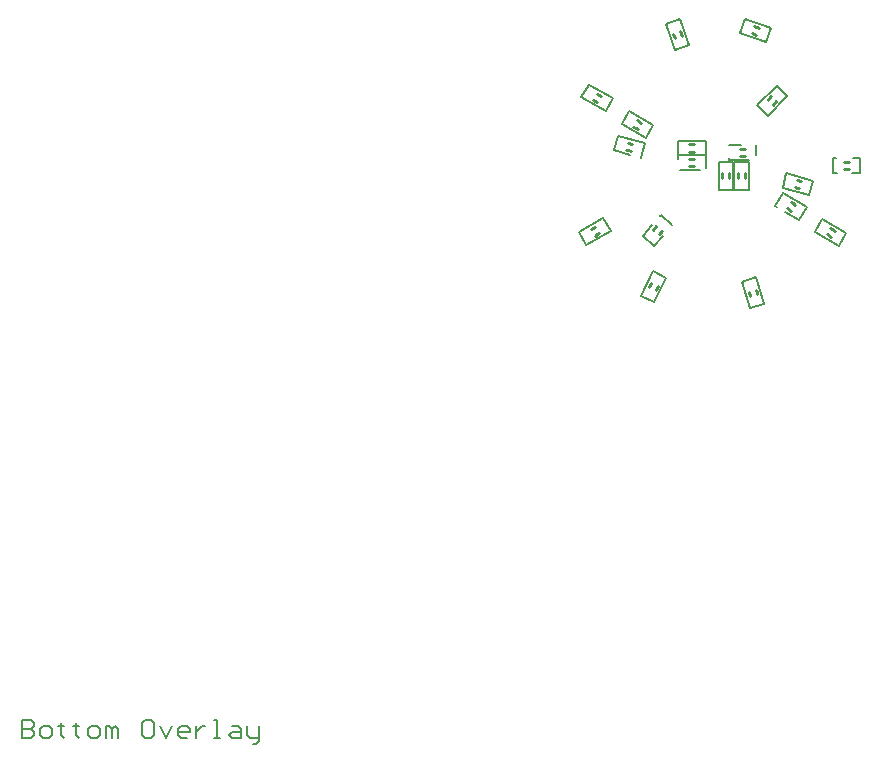
<source format=gbo>
G04*
G04 #@! TF.GenerationSoftware,Altium Limited,Altium Designer,20.2.4 (192)*
G04*
G04 Layer_Color=32896*
%FSLAX44Y44*%
%MOMM*%
G71*
G04*
G04 #@! TF.SameCoordinates,0F43FF0A-D758-409E-903F-A1448CC310CE*
G04*
G04*
G04 #@! TF.FilePolarity,Positive*
G04*
G01*
G75*
%ADD12C,0.1500*%
%ADD13C,0.2032*%
%ADD53C,0.2540*%
G54D12*
X16750Y-20750D02*
X29250D01*
X16750D02*
Y2750D01*
X29250D01*
Y-20750D02*
Y2750D01*
X117000Y-6250D02*
X123750D01*
X100250Y-6250D02*
X104000D01*
X117875Y6250D02*
X123750D01*
X100250Y6250D02*
X103000D01*
X100250Y-6250D02*
X100250Y6250D01*
X123750Y-6250D02*
X123750Y6250D01*
X43904Y104108D02*
X48179Y115854D01*
X21821Y112146D02*
X43904Y104108D01*
X21821Y112146D02*
X26096Y123892D01*
X48179Y115854D01*
X-32751Y97273D02*
X-21005Y101549D01*
X-40788Y119356D02*
X-32751Y97273D01*
X-40788Y119356D02*
X-29042Y123631D01*
X-21005Y101549D01*
X-91949Y45712D02*
X-85699Y56538D01*
X-112301Y57462D02*
X-91949Y45712D01*
X-112301Y57462D02*
X-106051Y68288D01*
X-85699Y56538D01*
X-93949Y-44712D02*
X-87699Y-55538D01*
X-108051Y-67288D02*
X-87699Y-55538D01*
X-114301Y-56462D02*
X-108051Y-67288D01*
X-114301Y-56462D02*
X-93949Y-44712D01*
X-51663Y-89613D02*
X-40476Y-95190D01*
X-50962Y-116221D02*
X-40476Y-95190D01*
X-62149Y-110644D02*
X-50962Y-116221D01*
X-62149Y-110644D02*
X-51663Y-89613D01*
X23626Y-98653D02*
X35579Y-94998D01*
X42450Y-117471D01*
X30496Y-121126D02*
X42450Y-117471D01*
X23626Y-98653D02*
X30496Y-121126D01*
X85426Y-56538D02*
X91676Y-45712D01*
X112028Y-57462D01*
X105778Y-68288D02*
X112028Y-57462D01*
X85426Y-56538D02*
X105778Y-68288D01*
X36327Y50735D02*
X45219Y41950D01*
X36327Y50735D02*
X52842Y67453D01*
X61735Y58668D01*
X45219Y41950D02*
X61735Y58668D01*
X80732Y-25078D02*
X83967Y-13004D01*
X58033Y-18996D02*
X80732Y-25078D01*
X58033Y-18996D02*
X61268Y-6922D01*
X83967Y-13004D01*
X3750Y-20750D02*
X16250D01*
X3750D02*
Y2750D01*
X16250D01*
Y-20750D02*
Y2750D01*
X-57945Y23007D02*
X-51722Y33847D01*
X-78325Y34707D02*
X-57945Y23007D01*
X-78325Y34707D02*
X-72102Y45547D01*
X-51722Y33847D01*
X-84796Y12568D02*
X-71024Y8908D01*
X-62085Y6532D02*
X-58874Y18613D01*
X-84796Y12568D02*
X-81586Y24649D01*
X-58874Y18613D01*
X-45764Y-43112D02*
X-44900Y-42126D01*
X-60318Y-59861D02*
X-53000Y-51000D01*
X-50884Y-68062D02*
X-43499Y-59566D01*
X-44900Y-42126D02*
X-35467Y-50326D01*
X-60318Y-59861D02*
X-50884Y-68062D01*
X60290Y-39498D02*
X72051Y-46288D01*
X51699Y-34538D02*
X53308Y-35466D01*
X51699Y-34538D02*
X57949Y-23712D01*
X78301Y-35462D01*
X72051Y-46288D02*
X78301Y-35462D01*
X-7250Y-2045D02*
Y8250D01*
X-29000Y-4250D02*
X-12000D01*
X-30750Y5125D02*
Y8250D01*
X-7250D01*
X12250Y4750D02*
Y6000D01*
X35750Y9000D02*
Y17250D01*
X12250Y4750D02*
X29496D01*
X12250Y17250D02*
X23000D01*
X-30617Y8349D02*
Y20849D01*
X-7117D01*
Y8349D02*
Y20849D01*
X-30617Y8349D02*
X-7117D01*
G54D13*
X-585802Y-469392D02*
Y-484627D01*
X-578184D01*
X-575645Y-482088D01*
Y-479549D01*
X-578184Y-477010D01*
X-585802D01*
X-578184D01*
X-575645Y-474470D01*
Y-471931D01*
X-578184Y-469392D01*
X-585802D01*
X-568028Y-484627D02*
X-562949D01*
X-560410Y-482088D01*
Y-477010D01*
X-562949Y-474470D01*
X-568028D01*
X-570567Y-477010D01*
Y-482088D01*
X-568028Y-484627D01*
X-552793Y-471931D02*
Y-474470D01*
X-555332D01*
X-550253D01*
X-552793D01*
Y-482088D01*
X-550253Y-484627D01*
X-540097Y-471931D02*
Y-474470D01*
X-542636D01*
X-537557D01*
X-540097D01*
Y-482088D01*
X-537557Y-484627D01*
X-527401D02*
X-522322D01*
X-519783Y-482088D01*
Y-477010D01*
X-522322Y-474470D01*
X-527401D01*
X-529940Y-477010D01*
Y-482088D01*
X-527401Y-484627D01*
X-514705D02*
Y-474470D01*
X-512166D01*
X-509627Y-477010D01*
Y-484627D01*
Y-477010D01*
X-507087Y-474470D01*
X-504548Y-477010D01*
Y-484627D01*
X-476617Y-469392D02*
X-481696D01*
X-484235Y-471931D01*
Y-482088D01*
X-481696Y-484627D01*
X-476617D01*
X-474078Y-482088D01*
Y-471931D01*
X-476617Y-469392D01*
X-469000Y-474470D02*
X-463921Y-484627D01*
X-458843Y-474470D01*
X-446147Y-484627D02*
X-451225D01*
X-453765Y-482088D01*
Y-477010D01*
X-451225Y-474470D01*
X-446147D01*
X-443608Y-477010D01*
Y-479549D01*
X-453765D01*
X-438530Y-474470D02*
Y-484627D01*
Y-479549D01*
X-435990Y-477010D01*
X-433451Y-474470D01*
X-430912D01*
X-423294Y-484627D02*
X-418216D01*
X-420755D01*
Y-469392D01*
X-423294D01*
X-408059Y-474470D02*
X-402981D01*
X-400442Y-477010D01*
Y-484627D01*
X-408059D01*
X-410599Y-482088D01*
X-408059Y-479549D01*
X-400442D01*
X-395364Y-474470D02*
Y-482088D01*
X-392824Y-484627D01*
X-385207D01*
Y-487166D01*
X-387746Y-489706D01*
X-390285D01*
X-385207Y-484627D02*
Y-474470D01*
G54D53*
X26000Y-11000D02*
Y-7000D01*
X20000Y-9000D02*
Y-7000D01*
Y-11000D02*
Y-9000D01*
X110000Y-3000D02*
X114000Y-3000D01*
X112000Y3000D02*
X114000D01*
X110000D02*
X112000D01*
X34147Y117503D02*
X37905Y116135D01*
X32095Y111865D02*
X33974Y111181D01*
X35853Y110497D01*
X-28761Y113358D02*
X-27393Y109599D01*
X-34399Y111306D02*
X-33716Y109426D01*
X-33031Y107547D01*
X-99232Y60598D02*
X-95768Y58598D01*
X-102232Y55402D02*
X-100500Y54402D01*
X-98768Y53402D01*
X-104232Y-54402D02*
X-100768Y-52402D01*
X-101232Y-59598D02*
X-99500Y-58598D01*
X-97768Y-57598D01*
X-54890Y-103369D02*
X-53105Y-99789D01*
X-49520Y-106046D02*
X-48628Y-104256D01*
X-47736Y-102466D01*
X29584Y-107027D02*
X30754Y-110852D01*
X35907Y-107185D02*
X36492Y-109098D01*
X35322Y-105273D02*
X35907Y-107185D01*
X95495Y-58598D02*
X98959Y-60598D01*
X100227Y-54402D02*
X101959Y-55402D01*
X98495Y-53402D02*
X100227Y-54402D01*
X49759Y51170D02*
X52571Y54016D01*
X46897Y56810D02*
X48302Y58232D01*
X45491Y55387D02*
X46897Y56810D01*
X69845Y-12585D02*
X73708Y-13620D01*
X68292Y-18380D02*
X70223Y-18898D01*
X72155Y-19415D01*
X13000Y-11000D02*
Y-7000D01*
X7000Y-9000D02*
Y-7000D01*
Y-11000D02*
Y-9000D01*
X-65264Y37875D02*
X-61795Y35883D01*
X-68252Y32671D02*
X-66517Y31675D01*
X-64783Y30680D01*
X-72998Y19003D02*
X-69132Y17976D01*
X-74539Y13205D02*
X-72606Y12691D01*
X-70673Y12177D01*
X-51468Y-54635D02*
X-48844Y-51616D01*
X-46940Y-58571D02*
X-45628Y-57062D01*
X-44316Y-55553D01*
X61768Y-36598D02*
X65232Y-38598D01*
X66500Y-32402D02*
X68232Y-33402D01*
X64768Y-31402D02*
X66500Y-32402D01*
X-21000Y-1000D02*
X-17000D01*
X-19000Y5000D02*
X-17000D01*
X-21000D02*
X-19000D01*
X22000Y8000D02*
X26000D01*
X24000Y14000D02*
X26000D01*
X22000D02*
X24000D01*
X-20867Y11599D02*
X-16867D01*
X-18867Y17599D02*
X-16867Y17599D01*
X-20867D02*
X-18867Y17599D01*
M02*

</source>
